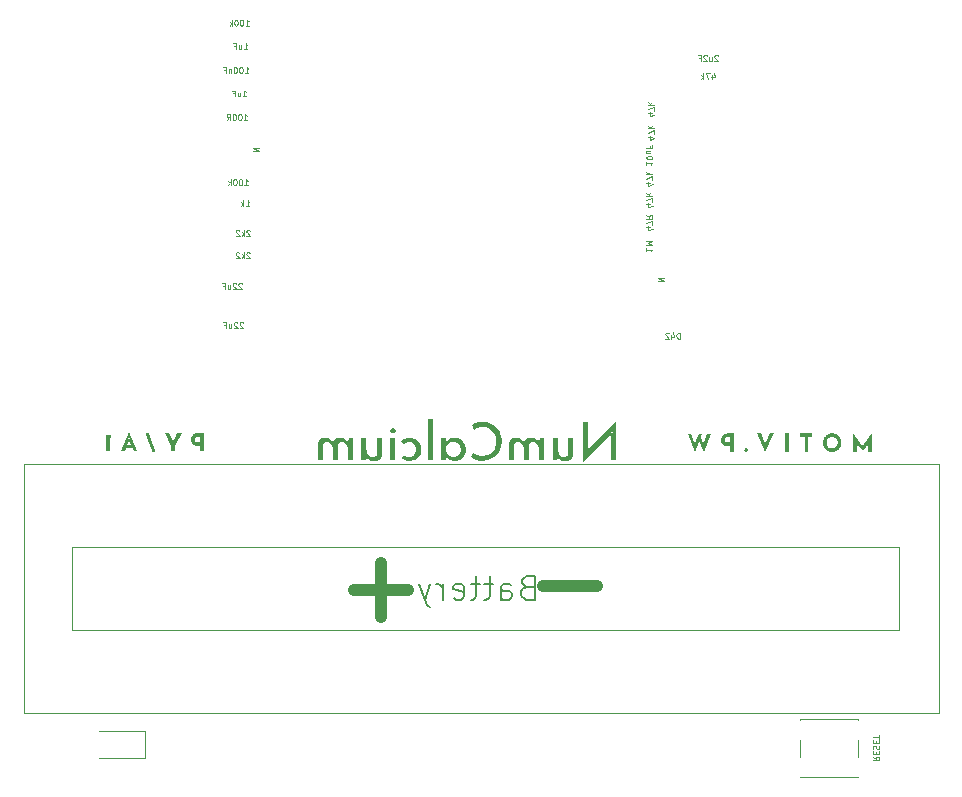
<source format=gbr>
%TF.GenerationSoftware,KiCad,Pcbnew,8.0.8-8.0.8-0~ubuntu22.04.1*%
%TF.CreationDate,2025-02-03T23:53:40+00:00*%
%TF.ProjectId,numcalcium,6e756d63-616c-4636-9975-6d2e6b696361,rev?*%
%TF.SameCoordinates,Original*%
%TF.FileFunction,Legend,Bot*%
%TF.FilePolarity,Positive*%
%FSLAX46Y46*%
G04 Gerber Fmt 4.6, Leading zero omitted, Abs format (unit mm)*
G04 Created by KiCad (PCBNEW 8.0.8-8.0.8-0~ubuntu22.04.1) date 2025-02-03 23:53:40*
%MOMM*%
%LPD*%
G01*
G04 APERTURE LIST*
%ADD10C,0.125000*%
%ADD11C,0.250000*%
%ADD12C,0.375000*%
%ADD13C,0.150000*%
%ADD14C,1.000000*%
%ADD15C,0.120000*%
%ADD16C,0.100000*%
G04 APERTURE END LIST*
D10*
X18427713Y41511190D02*
X18713427Y41511190D01*
X18570570Y41511190D02*
X18570570Y42011190D01*
X18570570Y42011190D02*
X18618189Y41939761D01*
X18618189Y41939761D02*
X18665808Y41892142D01*
X18665808Y41892142D02*
X18713427Y41868333D01*
X18118190Y42011190D02*
X18070571Y42011190D01*
X18070571Y42011190D02*
X18022952Y41987380D01*
X18022952Y41987380D02*
X17999142Y41963571D01*
X17999142Y41963571D02*
X17975333Y41915952D01*
X17975333Y41915952D02*
X17951523Y41820714D01*
X17951523Y41820714D02*
X17951523Y41701666D01*
X17951523Y41701666D02*
X17975333Y41606428D01*
X17975333Y41606428D02*
X17999142Y41558809D01*
X17999142Y41558809D02*
X18022952Y41535000D01*
X18022952Y41535000D02*
X18070571Y41511190D01*
X18070571Y41511190D02*
X18118190Y41511190D01*
X18118190Y41511190D02*
X18165809Y41535000D01*
X18165809Y41535000D02*
X18189618Y41558809D01*
X18189618Y41558809D02*
X18213428Y41606428D01*
X18213428Y41606428D02*
X18237237Y41701666D01*
X18237237Y41701666D02*
X18237237Y41820714D01*
X18237237Y41820714D02*
X18213428Y41915952D01*
X18213428Y41915952D02*
X18189618Y41963571D01*
X18189618Y41963571D02*
X18165809Y41987380D01*
X18165809Y41987380D02*
X18118190Y42011190D01*
X17642000Y42011190D02*
X17594381Y42011190D01*
X17594381Y42011190D02*
X17546762Y41987380D01*
X17546762Y41987380D02*
X17522952Y41963571D01*
X17522952Y41963571D02*
X17499143Y41915952D01*
X17499143Y41915952D02*
X17475333Y41820714D01*
X17475333Y41820714D02*
X17475333Y41701666D01*
X17475333Y41701666D02*
X17499143Y41606428D01*
X17499143Y41606428D02*
X17522952Y41558809D01*
X17522952Y41558809D02*
X17546762Y41535000D01*
X17546762Y41535000D02*
X17594381Y41511190D01*
X17594381Y41511190D02*
X17642000Y41511190D01*
X17642000Y41511190D02*
X17689619Y41535000D01*
X17689619Y41535000D02*
X17713428Y41558809D01*
X17713428Y41558809D02*
X17737238Y41606428D01*
X17737238Y41606428D02*
X17761047Y41701666D01*
X17761047Y41701666D02*
X17761047Y41820714D01*
X17761047Y41820714D02*
X17737238Y41915952D01*
X17737238Y41915952D02*
X17713428Y41963571D01*
X17713428Y41963571D02*
X17689619Y41987380D01*
X17689619Y41987380D02*
X17642000Y42011190D01*
X17261048Y41511190D02*
X17261048Y42011190D01*
X17213429Y41701666D02*
X17070572Y41511190D01*
X17070572Y41844523D02*
X17261048Y41654047D01*
X18289618Y39511190D02*
X18575332Y39511190D01*
X18432475Y39511190D02*
X18432475Y40011190D01*
X18432475Y40011190D02*
X18480094Y39939761D01*
X18480094Y39939761D02*
X18527713Y39892142D01*
X18527713Y39892142D02*
X18575332Y39868333D01*
X17861047Y39844523D02*
X17861047Y39511190D01*
X18075333Y39844523D02*
X18075333Y39582619D01*
X18075333Y39582619D02*
X18051523Y39535000D01*
X18051523Y39535000D02*
X18003904Y39511190D01*
X18003904Y39511190D02*
X17932476Y39511190D01*
X17932476Y39511190D02*
X17884857Y39535000D01*
X17884857Y39535000D02*
X17861047Y39558809D01*
X17456285Y39773095D02*
X17622952Y39773095D01*
X17622952Y39511190D02*
X17622952Y40011190D01*
X17622952Y40011190D02*
X17384857Y40011190D01*
X18365808Y37511190D02*
X18651522Y37511190D01*
X18508665Y37511190D02*
X18508665Y38011190D01*
X18508665Y38011190D02*
X18556284Y37939761D01*
X18556284Y37939761D02*
X18603903Y37892142D01*
X18603903Y37892142D02*
X18651522Y37868333D01*
X18056285Y38011190D02*
X18008666Y38011190D01*
X18008666Y38011190D02*
X17961047Y37987380D01*
X17961047Y37987380D02*
X17937237Y37963571D01*
X17937237Y37963571D02*
X17913428Y37915952D01*
X17913428Y37915952D02*
X17889618Y37820714D01*
X17889618Y37820714D02*
X17889618Y37701666D01*
X17889618Y37701666D02*
X17913428Y37606428D01*
X17913428Y37606428D02*
X17937237Y37558809D01*
X17937237Y37558809D02*
X17961047Y37535000D01*
X17961047Y37535000D02*
X18008666Y37511190D01*
X18008666Y37511190D02*
X18056285Y37511190D01*
X18056285Y37511190D02*
X18103904Y37535000D01*
X18103904Y37535000D02*
X18127713Y37558809D01*
X18127713Y37558809D02*
X18151523Y37606428D01*
X18151523Y37606428D02*
X18175332Y37701666D01*
X18175332Y37701666D02*
X18175332Y37820714D01*
X18175332Y37820714D02*
X18151523Y37915952D01*
X18151523Y37915952D02*
X18127713Y37963571D01*
X18127713Y37963571D02*
X18103904Y37987380D01*
X18103904Y37987380D02*
X18056285Y38011190D01*
X17580095Y38011190D02*
X17532476Y38011190D01*
X17532476Y38011190D02*
X17484857Y37987380D01*
X17484857Y37987380D02*
X17461047Y37963571D01*
X17461047Y37963571D02*
X17437238Y37915952D01*
X17437238Y37915952D02*
X17413428Y37820714D01*
X17413428Y37820714D02*
X17413428Y37701666D01*
X17413428Y37701666D02*
X17437238Y37606428D01*
X17437238Y37606428D02*
X17461047Y37558809D01*
X17461047Y37558809D02*
X17484857Y37535000D01*
X17484857Y37535000D02*
X17532476Y37511190D01*
X17532476Y37511190D02*
X17580095Y37511190D01*
X17580095Y37511190D02*
X17627714Y37535000D01*
X17627714Y37535000D02*
X17651523Y37558809D01*
X17651523Y37558809D02*
X17675333Y37606428D01*
X17675333Y37606428D02*
X17699142Y37701666D01*
X17699142Y37701666D02*
X17699142Y37820714D01*
X17699142Y37820714D02*
X17675333Y37915952D01*
X17675333Y37915952D02*
X17651523Y37963571D01*
X17651523Y37963571D02*
X17627714Y37987380D01*
X17627714Y37987380D02*
X17580095Y38011190D01*
X17199143Y37844523D02*
X17199143Y37511190D01*
X17199143Y37796904D02*
X17175333Y37820714D01*
X17175333Y37820714D02*
X17127714Y37844523D01*
X17127714Y37844523D02*
X17056286Y37844523D01*
X17056286Y37844523D02*
X17008667Y37820714D01*
X17008667Y37820714D02*
X16984857Y37773095D01*
X16984857Y37773095D02*
X16984857Y37511190D01*
X16580095Y37773095D02*
X16746762Y37773095D01*
X16746762Y37511190D02*
X16746762Y38011190D01*
X16746762Y38011190D02*
X16508667Y38011190D01*
X18189618Y35511190D02*
X18475332Y35511190D01*
X18332475Y35511190D02*
X18332475Y36011190D01*
X18332475Y36011190D02*
X18380094Y35939761D01*
X18380094Y35939761D02*
X18427713Y35892142D01*
X18427713Y35892142D02*
X18475332Y35868333D01*
X17761047Y35844523D02*
X17761047Y35511190D01*
X17975333Y35844523D02*
X17975333Y35582619D01*
X17975333Y35582619D02*
X17951523Y35535000D01*
X17951523Y35535000D02*
X17903904Y35511190D01*
X17903904Y35511190D02*
X17832476Y35511190D01*
X17832476Y35511190D02*
X17784857Y35535000D01*
X17784857Y35535000D02*
X17761047Y35558809D01*
X17356285Y35773095D02*
X17522952Y35773095D01*
X17522952Y35511190D02*
X17522952Y36011190D01*
X17522952Y36011190D02*
X17284857Y36011190D01*
X18275332Y33511190D02*
X18561046Y33511190D01*
X18418189Y33511190D02*
X18418189Y34011190D01*
X18418189Y34011190D02*
X18465808Y33939761D01*
X18465808Y33939761D02*
X18513427Y33892142D01*
X18513427Y33892142D02*
X18561046Y33868333D01*
X17965809Y34011190D02*
X17918190Y34011190D01*
X17918190Y34011190D02*
X17870571Y33987380D01*
X17870571Y33987380D02*
X17846761Y33963571D01*
X17846761Y33963571D02*
X17822952Y33915952D01*
X17822952Y33915952D02*
X17799142Y33820714D01*
X17799142Y33820714D02*
X17799142Y33701666D01*
X17799142Y33701666D02*
X17822952Y33606428D01*
X17822952Y33606428D02*
X17846761Y33558809D01*
X17846761Y33558809D02*
X17870571Y33535000D01*
X17870571Y33535000D02*
X17918190Y33511190D01*
X17918190Y33511190D02*
X17965809Y33511190D01*
X17965809Y33511190D02*
X18013428Y33535000D01*
X18013428Y33535000D02*
X18037237Y33558809D01*
X18037237Y33558809D02*
X18061047Y33606428D01*
X18061047Y33606428D02*
X18084856Y33701666D01*
X18084856Y33701666D02*
X18084856Y33820714D01*
X18084856Y33820714D02*
X18061047Y33915952D01*
X18061047Y33915952D02*
X18037237Y33963571D01*
X18037237Y33963571D02*
X18013428Y33987380D01*
X18013428Y33987380D02*
X17965809Y34011190D01*
X17489619Y34011190D02*
X17442000Y34011190D01*
X17442000Y34011190D02*
X17394381Y33987380D01*
X17394381Y33987380D02*
X17370571Y33963571D01*
X17370571Y33963571D02*
X17346762Y33915952D01*
X17346762Y33915952D02*
X17322952Y33820714D01*
X17322952Y33820714D02*
X17322952Y33701666D01*
X17322952Y33701666D02*
X17346762Y33606428D01*
X17346762Y33606428D02*
X17370571Y33558809D01*
X17370571Y33558809D02*
X17394381Y33535000D01*
X17394381Y33535000D02*
X17442000Y33511190D01*
X17442000Y33511190D02*
X17489619Y33511190D01*
X17489619Y33511190D02*
X17537238Y33535000D01*
X17537238Y33535000D02*
X17561047Y33558809D01*
X17561047Y33558809D02*
X17584857Y33606428D01*
X17584857Y33606428D02*
X17608666Y33701666D01*
X17608666Y33701666D02*
X17608666Y33820714D01*
X17608666Y33820714D02*
X17584857Y33915952D01*
X17584857Y33915952D02*
X17561047Y33963571D01*
X17561047Y33963571D02*
X17537238Y33987380D01*
X17537238Y33987380D02*
X17489619Y34011190D01*
X16822953Y33511190D02*
X16989619Y33749285D01*
X17108667Y33511190D02*
X17108667Y34011190D01*
X17108667Y34011190D02*
X16918191Y34011190D01*
X16918191Y34011190D02*
X16870572Y33987380D01*
X16870572Y33987380D02*
X16846762Y33963571D01*
X16846762Y33963571D02*
X16822953Y33915952D01*
X16822953Y33915952D02*
X16822953Y33844523D01*
X16822953Y33844523D02*
X16846762Y33796904D01*
X16846762Y33796904D02*
X16870572Y33773095D01*
X16870572Y33773095D02*
X16918191Y33749285D01*
X16918191Y33749285D02*
X17108667Y33749285D01*
X19067190Y30893142D02*
X19567190Y30893142D01*
X19567190Y30893142D02*
X19067190Y31178856D01*
X19067190Y31178856D02*
X19567190Y31178856D01*
X18327713Y28011190D02*
X18613427Y28011190D01*
X18470570Y28011190D02*
X18470570Y28511190D01*
X18470570Y28511190D02*
X18518189Y28439761D01*
X18518189Y28439761D02*
X18565808Y28392142D01*
X18565808Y28392142D02*
X18613427Y28368333D01*
X18018190Y28511190D02*
X17970571Y28511190D01*
X17970571Y28511190D02*
X17922952Y28487380D01*
X17922952Y28487380D02*
X17899142Y28463571D01*
X17899142Y28463571D02*
X17875333Y28415952D01*
X17875333Y28415952D02*
X17851523Y28320714D01*
X17851523Y28320714D02*
X17851523Y28201666D01*
X17851523Y28201666D02*
X17875333Y28106428D01*
X17875333Y28106428D02*
X17899142Y28058809D01*
X17899142Y28058809D02*
X17922952Y28035000D01*
X17922952Y28035000D02*
X17970571Y28011190D01*
X17970571Y28011190D02*
X18018190Y28011190D01*
X18018190Y28011190D02*
X18065809Y28035000D01*
X18065809Y28035000D02*
X18089618Y28058809D01*
X18089618Y28058809D02*
X18113428Y28106428D01*
X18113428Y28106428D02*
X18137237Y28201666D01*
X18137237Y28201666D02*
X18137237Y28320714D01*
X18137237Y28320714D02*
X18113428Y28415952D01*
X18113428Y28415952D02*
X18089618Y28463571D01*
X18089618Y28463571D02*
X18065809Y28487380D01*
X18065809Y28487380D02*
X18018190Y28511190D01*
X17542000Y28511190D02*
X17494381Y28511190D01*
X17494381Y28511190D02*
X17446762Y28487380D01*
X17446762Y28487380D02*
X17422952Y28463571D01*
X17422952Y28463571D02*
X17399143Y28415952D01*
X17399143Y28415952D02*
X17375333Y28320714D01*
X17375333Y28320714D02*
X17375333Y28201666D01*
X17375333Y28201666D02*
X17399143Y28106428D01*
X17399143Y28106428D02*
X17422952Y28058809D01*
X17422952Y28058809D02*
X17446762Y28035000D01*
X17446762Y28035000D02*
X17494381Y28011190D01*
X17494381Y28011190D02*
X17542000Y28011190D01*
X17542000Y28011190D02*
X17589619Y28035000D01*
X17589619Y28035000D02*
X17613428Y28058809D01*
X17613428Y28058809D02*
X17637238Y28106428D01*
X17637238Y28106428D02*
X17661047Y28201666D01*
X17661047Y28201666D02*
X17661047Y28320714D01*
X17661047Y28320714D02*
X17637238Y28415952D01*
X17637238Y28415952D02*
X17613428Y28463571D01*
X17613428Y28463571D02*
X17589619Y28487380D01*
X17589619Y28487380D02*
X17542000Y28511190D01*
X17161048Y28011190D02*
X17161048Y28511190D01*
X17113429Y28201666D02*
X16970572Y28011190D01*
X16970572Y28344523D02*
X17161048Y28154047D01*
X18451523Y26211190D02*
X18737237Y26211190D01*
X18594380Y26211190D02*
X18594380Y26711190D01*
X18594380Y26711190D02*
X18641999Y26639761D01*
X18641999Y26639761D02*
X18689618Y26592142D01*
X18689618Y26592142D02*
X18737237Y26568333D01*
X18237238Y26211190D02*
X18237238Y26711190D01*
X18189619Y26401666D02*
X18046762Y26211190D01*
X18046762Y26544523D02*
X18237238Y26354047D01*
X18775332Y24163571D02*
X18751523Y24187380D01*
X18751523Y24187380D02*
X18703904Y24211190D01*
X18703904Y24211190D02*
X18584856Y24211190D01*
X18584856Y24211190D02*
X18537237Y24187380D01*
X18537237Y24187380D02*
X18513428Y24163571D01*
X18513428Y24163571D02*
X18489618Y24115952D01*
X18489618Y24115952D02*
X18489618Y24068333D01*
X18489618Y24068333D02*
X18513428Y23996904D01*
X18513428Y23996904D02*
X18799142Y23711190D01*
X18799142Y23711190D02*
X18489618Y23711190D01*
X18275333Y23711190D02*
X18275333Y24211190D01*
X18227714Y23901666D02*
X18084857Y23711190D01*
X18084857Y24044523D02*
X18275333Y23854047D01*
X17894380Y24163571D02*
X17870571Y24187380D01*
X17870571Y24187380D02*
X17822952Y24211190D01*
X17822952Y24211190D02*
X17703904Y24211190D01*
X17703904Y24211190D02*
X17656285Y24187380D01*
X17656285Y24187380D02*
X17632476Y24163571D01*
X17632476Y24163571D02*
X17608666Y24115952D01*
X17608666Y24115952D02*
X17608666Y24068333D01*
X17608666Y24068333D02*
X17632476Y23996904D01*
X17632476Y23996904D02*
X17918190Y23711190D01*
X17918190Y23711190D02*
X17608666Y23711190D01*
X18775332Y22263571D02*
X18751523Y22287380D01*
X18751523Y22287380D02*
X18703904Y22311190D01*
X18703904Y22311190D02*
X18584856Y22311190D01*
X18584856Y22311190D02*
X18537237Y22287380D01*
X18537237Y22287380D02*
X18513428Y22263571D01*
X18513428Y22263571D02*
X18489618Y22215952D01*
X18489618Y22215952D02*
X18489618Y22168333D01*
X18489618Y22168333D02*
X18513428Y22096904D01*
X18513428Y22096904D02*
X18799142Y21811190D01*
X18799142Y21811190D02*
X18489618Y21811190D01*
X18275333Y21811190D02*
X18275333Y22311190D01*
X18227714Y22001666D02*
X18084857Y21811190D01*
X18084857Y22144523D02*
X18275333Y21954047D01*
X17894380Y22263571D02*
X17870571Y22287380D01*
X17870571Y22287380D02*
X17822952Y22311190D01*
X17822952Y22311190D02*
X17703904Y22311190D01*
X17703904Y22311190D02*
X17656285Y22287380D01*
X17656285Y22287380D02*
X17632476Y22263571D01*
X17632476Y22263571D02*
X17608666Y22215952D01*
X17608666Y22215952D02*
X17608666Y22168333D01*
X17608666Y22168333D02*
X17632476Y22096904D01*
X17632476Y22096904D02*
X17918190Y21811190D01*
X17918190Y21811190D02*
X17608666Y21811190D01*
X18113427Y19663571D02*
X18089618Y19687380D01*
X18089618Y19687380D02*
X18041999Y19711190D01*
X18041999Y19711190D02*
X17922951Y19711190D01*
X17922951Y19711190D02*
X17875332Y19687380D01*
X17875332Y19687380D02*
X17851523Y19663571D01*
X17851523Y19663571D02*
X17827713Y19615952D01*
X17827713Y19615952D02*
X17827713Y19568333D01*
X17827713Y19568333D02*
X17851523Y19496904D01*
X17851523Y19496904D02*
X18137237Y19211190D01*
X18137237Y19211190D02*
X17827713Y19211190D01*
X17637237Y19663571D02*
X17613428Y19687380D01*
X17613428Y19687380D02*
X17565809Y19711190D01*
X17565809Y19711190D02*
X17446761Y19711190D01*
X17446761Y19711190D02*
X17399142Y19687380D01*
X17399142Y19687380D02*
X17375333Y19663571D01*
X17375333Y19663571D02*
X17351523Y19615952D01*
X17351523Y19615952D02*
X17351523Y19568333D01*
X17351523Y19568333D02*
X17375333Y19496904D01*
X17375333Y19496904D02*
X17661047Y19211190D01*
X17661047Y19211190D02*
X17351523Y19211190D01*
X16922952Y19544523D02*
X16922952Y19211190D01*
X17137238Y19544523D02*
X17137238Y19282619D01*
X17137238Y19282619D02*
X17113428Y19235000D01*
X17113428Y19235000D02*
X17065809Y19211190D01*
X17065809Y19211190D02*
X16994381Y19211190D01*
X16994381Y19211190D02*
X16946762Y19235000D01*
X16946762Y19235000D02*
X16922952Y19258809D01*
X16518190Y19473095D02*
X16684857Y19473095D01*
X16684857Y19211190D02*
X16684857Y19711190D01*
X16684857Y19711190D02*
X16446762Y19711190D01*
X18213427Y16363571D02*
X18189618Y16387380D01*
X18189618Y16387380D02*
X18141999Y16411190D01*
X18141999Y16411190D02*
X18022951Y16411190D01*
X18022951Y16411190D02*
X17975332Y16387380D01*
X17975332Y16387380D02*
X17951523Y16363571D01*
X17951523Y16363571D02*
X17927713Y16315952D01*
X17927713Y16315952D02*
X17927713Y16268333D01*
X17927713Y16268333D02*
X17951523Y16196904D01*
X17951523Y16196904D02*
X18237237Y15911190D01*
X18237237Y15911190D02*
X17927713Y15911190D01*
X17737237Y16363571D02*
X17713428Y16387380D01*
X17713428Y16387380D02*
X17665809Y16411190D01*
X17665809Y16411190D02*
X17546761Y16411190D01*
X17546761Y16411190D02*
X17499142Y16387380D01*
X17499142Y16387380D02*
X17475333Y16363571D01*
X17475333Y16363571D02*
X17451523Y16315952D01*
X17451523Y16315952D02*
X17451523Y16268333D01*
X17451523Y16268333D02*
X17475333Y16196904D01*
X17475333Y16196904D02*
X17761047Y15911190D01*
X17761047Y15911190D02*
X17451523Y15911190D01*
X17022952Y16244523D02*
X17022952Y15911190D01*
X17237238Y16244523D02*
X17237238Y15982619D01*
X17237238Y15982619D02*
X17213428Y15935000D01*
X17213428Y15935000D02*
X17165809Y15911190D01*
X17165809Y15911190D02*
X17094381Y15911190D01*
X17094381Y15911190D02*
X17046762Y15935000D01*
X17046762Y15935000D02*
X17022952Y15958809D01*
X16618190Y16173095D02*
X16784857Y16173095D01*
X16784857Y15911190D02*
X16784857Y16411190D01*
X16784857Y16411190D02*
X16546762Y16411190D01*
X52367190Y30000286D02*
X52367190Y29714572D01*
X52367190Y29857429D02*
X52867190Y29857429D01*
X52867190Y29857429D02*
X52795761Y29809810D01*
X52795761Y29809810D02*
X52748142Y29762191D01*
X52748142Y29762191D02*
X52724333Y29714572D01*
X52867190Y30309809D02*
X52867190Y30357428D01*
X52867190Y30357428D02*
X52843380Y30405047D01*
X52843380Y30405047D02*
X52819571Y30428857D01*
X52819571Y30428857D02*
X52771952Y30452666D01*
X52771952Y30452666D02*
X52676714Y30476476D01*
X52676714Y30476476D02*
X52557666Y30476476D01*
X52557666Y30476476D02*
X52462428Y30452666D01*
X52462428Y30452666D02*
X52414809Y30428857D01*
X52414809Y30428857D02*
X52391000Y30405047D01*
X52391000Y30405047D02*
X52367190Y30357428D01*
X52367190Y30357428D02*
X52367190Y30309809D01*
X52367190Y30309809D02*
X52391000Y30262190D01*
X52391000Y30262190D02*
X52414809Y30238381D01*
X52414809Y30238381D02*
X52462428Y30214571D01*
X52462428Y30214571D02*
X52557666Y30190762D01*
X52557666Y30190762D02*
X52676714Y30190762D01*
X52676714Y30190762D02*
X52771952Y30214571D01*
X52771952Y30214571D02*
X52819571Y30238381D01*
X52819571Y30238381D02*
X52843380Y30262190D01*
X52843380Y30262190D02*
X52867190Y30309809D01*
X52700523Y30905047D02*
X52367190Y30905047D01*
X52700523Y30690761D02*
X52438619Y30690761D01*
X52438619Y30690761D02*
X52391000Y30714571D01*
X52391000Y30714571D02*
X52367190Y30762190D01*
X52367190Y30762190D02*
X52367190Y30833618D01*
X52367190Y30833618D02*
X52391000Y30881237D01*
X52391000Y30881237D02*
X52414809Y30905047D01*
X52629095Y31309809D02*
X52629095Y31143142D01*
X52367190Y31143142D02*
X52867190Y31143142D01*
X52867190Y31143142D02*
X52867190Y31381237D01*
X52700523Y26390762D02*
X52367190Y26390762D01*
X52891000Y26271714D02*
X52533857Y26152667D01*
X52533857Y26152667D02*
X52533857Y26462190D01*
X52867190Y26605047D02*
X52867190Y26938380D01*
X52867190Y26938380D02*
X52367190Y26724095D01*
X52367190Y27128856D02*
X52867190Y27128856D01*
X52557666Y27176475D02*
X52367190Y27319332D01*
X52700523Y27319332D02*
X52510047Y27128856D01*
X52700523Y28190762D02*
X52367190Y28190762D01*
X52891000Y28071714D02*
X52533857Y27952667D01*
X52533857Y27952667D02*
X52533857Y28262190D01*
X52867190Y28405047D02*
X52867190Y28738380D01*
X52867190Y28738380D02*
X52367190Y28524095D01*
X52367190Y28928856D02*
X52867190Y28928856D01*
X52557666Y28976475D02*
X52367190Y29119332D01*
X52700523Y29119332D02*
X52510047Y28928856D01*
X52800523Y32090762D02*
X52467190Y32090762D01*
X52991000Y31971714D02*
X52633857Y31852667D01*
X52633857Y31852667D02*
X52633857Y32162190D01*
X52967190Y32305047D02*
X52967190Y32638380D01*
X52967190Y32638380D02*
X52467190Y32424095D01*
X52467190Y32828856D02*
X52967190Y32828856D01*
X52657666Y32876475D02*
X52467190Y33019332D01*
X52800523Y33019332D02*
X52610047Y32828856D01*
X52800523Y34090762D02*
X52467190Y34090762D01*
X52991000Y33971714D02*
X52633857Y33852667D01*
X52633857Y33852667D02*
X52633857Y34162190D01*
X52967190Y34305047D02*
X52967190Y34638380D01*
X52967190Y34638380D02*
X52467190Y34424095D01*
X52467190Y34828856D02*
X52967190Y34828856D01*
X52657666Y34876475D02*
X52467190Y35019332D01*
X52800523Y35019332D02*
X52610047Y34828856D01*
X58413427Y38963571D02*
X58389618Y38987380D01*
X58389618Y38987380D02*
X58341999Y39011190D01*
X58341999Y39011190D02*
X58222951Y39011190D01*
X58222951Y39011190D02*
X58175332Y38987380D01*
X58175332Y38987380D02*
X58151523Y38963571D01*
X58151523Y38963571D02*
X58127713Y38915952D01*
X58127713Y38915952D02*
X58127713Y38868333D01*
X58127713Y38868333D02*
X58151523Y38796904D01*
X58151523Y38796904D02*
X58437237Y38511190D01*
X58437237Y38511190D02*
X58127713Y38511190D01*
X57699142Y38844523D02*
X57699142Y38511190D01*
X57913428Y38844523D02*
X57913428Y38582619D01*
X57913428Y38582619D02*
X57889618Y38535000D01*
X57889618Y38535000D02*
X57841999Y38511190D01*
X57841999Y38511190D02*
X57770571Y38511190D01*
X57770571Y38511190D02*
X57722952Y38535000D01*
X57722952Y38535000D02*
X57699142Y38558809D01*
X57484856Y38963571D02*
X57461047Y38987380D01*
X57461047Y38987380D02*
X57413428Y39011190D01*
X57413428Y39011190D02*
X57294380Y39011190D01*
X57294380Y39011190D02*
X57246761Y38987380D01*
X57246761Y38987380D02*
X57222952Y38963571D01*
X57222952Y38963571D02*
X57199142Y38915952D01*
X57199142Y38915952D02*
X57199142Y38868333D01*
X57199142Y38868333D02*
X57222952Y38796904D01*
X57222952Y38796904D02*
X57508666Y38511190D01*
X57508666Y38511190D02*
X57199142Y38511190D01*
X56818190Y38773095D02*
X56984857Y38773095D01*
X56984857Y38511190D02*
X56984857Y39011190D01*
X56984857Y39011190D02*
X56746762Y39011190D01*
X57937237Y37344523D02*
X57937237Y37011190D01*
X58056285Y37535000D02*
X58175332Y37177857D01*
X58175332Y37177857D02*
X57865809Y37177857D01*
X57722952Y37511190D02*
X57389619Y37511190D01*
X57389619Y37511190D02*
X57603904Y37011190D01*
X57199143Y37011190D02*
X57199143Y37511190D01*
X57151524Y37201666D02*
X57008667Y37011190D01*
X57008667Y37344523D02*
X57199143Y37154047D01*
X52700523Y24443143D02*
X52367190Y24443143D01*
X52891000Y24324095D02*
X52533857Y24205048D01*
X52533857Y24205048D02*
X52533857Y24514571D01*
X52867190Y24657428D02*
X52867190Y24990761D01*
X52867190Y24990761D02*
X52367190Y24776476D01*
X52367190Y25466951D02*
X52605285Y25300285D01*
X52367190Y25181237D02*
X52867190Y25181237D01*
X52867190Y25181237D02*
X52867190Y25371713D01*
X52867190Y25371713D02*
X52843380Y25419332D01*
X52843380Y25419332D02*
X52819571Y25443142D01*
X52819571Y25443142D02*
X52771952Y25466951D01*
X52771952Y25466951D02*
X52700523Y25466951D01*
X52700523Y25466951D02*
X52652904Y25443142D01*
X52652904Y25443142D02*
X52629095Y25419332D01*
X52629095Y25419332D02*
X52605285Y25371713D01*
X52605285Y25371713D02*
X52605285Y25181237D01*
X52367190Y22693143D02*
X52367190Y22407429D01*
X52367190Y22550286D02*
X52867190Y22550286D01*
X52867190Y22550286D02*
X52795761Y22502667D01*
X52795761Y22502667D02*
X52748142Y22455048D01*
X52748142Y22455048D02*
X52724333Y22407429D01*
X52367190Y22907428D02*
X52867190Y22907428D01*
X52867190Y22907428D02*
X52510047Y23074095D01*
X52510047Y23074095D02*
X52867190Y23240761D01*
X52867190Y23240761D02*
X52367190Y23240761D01*
X55199142Y15011190D02*
X55199142Y15511190D01*
X55199142Y15511190D02*
X55080094Y15511190D01*
X55080094Y15511190D02*
X55008666Y15487380D01*
X55008666Y15487380D02*
X54961047Y15439761D01*
X54961047Y15439761D02*
X54937237Y15392142D01*
X54937237Y15392142D02*
X54913428Y15296904D01*
X54913428Y15296904D02*
X54913428Y15225476D01*
X54913428Y15225476D02*
X54937237Y15130238D01*
X54937237Y15130238D02*
X54961047Y15082619D01*
X54961047Y15082619D02*
X55008666Y15035000D01*
X55008666Y15035000D02*
X55080094Y15011190D01*
X55080094Y15011190D02*
X55199142Y15011190D01*
X54484856Y15344523D02*
X54484856Y15011190D01*
X54603904Y15535000D02*
X54722951Y15177857D01*
X54722951Y15177857D02*
X54413428Y15177857D01*
X54246761Y15463571D02*
X54222952Y15487380D01*
X54222952Y15487380D02*
X54175333Y15511190D01*
X54175333Y15511190D02*
X54056285Y15511190D01*
X54056285Y15511190D02*
X54008666Y15487380D01*
X54008666Y15487380D02*
X53984857Y15463571D01*
X53984857Y15463571D02*
X53961047Y15415952D01*
X53961047Y15415952D02*
X53961047Y15368333D01*
X53961047Y15368333D02*
X53984857Y15296904D01*
X53984857Y15296904D02*
X54270571Y15011190D01*
X54270571Y15011190D02*
X53961047Y15011190D01*
X53367190Y19893142D02*
X53867190Y19893142D01*
X53867190Y19893142D02*
X53367190Y20178856D01*
X53367190Y20178856D02*
X53867190Y20178856D01*
X71567190Y-20390190D02*
X71805285Y-20556856D01*
X71567190Y-20675904D02*
X72067190Y-20675904D01*
X72067190Y-20675904D02*
X72067190Y-20485428D01*
X72067190Y-20485428D02*
X72043380Y-20437809D01*
X72043380Y-20437809D02*
X72019571Y-20413999D01*
X72019571Y-20413999D02*
X71971952Y-20390190D01*
X71971952Y-20390190D02*
X71900523Y-20390190D01*
X71900523Y-20390190D02*
X71852904Y-20413999D01*
X71852904Y-20413999D02*
X71829095Y-20437809D01*
X71829095Y-20437809D02*
X71805285Y-20485428D01*
X71805285Y-20485428D02*
X71805285Y-20675904D01*
X71829095Y-20175904D02*
X71829095Y-20009237D01*
X71567190Y-19937809D02*
X71567190Y-20175904D01*
X71567190Y-20175904D02*
X72067190Y-20175904D01*
X72067190Y-20175904D02*
X72067190Y-19937809D01*
X71591000Y-19747332D02*
X71567190Y-19675904D01*
X71567190Y-19675904D02*
X71567190Y-19556856D01*
X71567190Y-19556856D02*
X71591000Y-19509237D01*
X71591000Y-19509237D02*
X71614809Y-19485428D01*
X71614809Y-19485428D02*
X71662428Y-19461618D01*
X71662428Y-19461618D02*
X71710047Y-19461618D01*
X71710047Y-19461618D02*
X71757666Y-19485428D01*
X71757666Y-19485428D02*
X71781476Y-19509237D01*
X71781476Y-19509237D02*
X71805285Y-19556856D01*
X71805285Y-19556856D02*
X71829095Y-19652094D01*
X71829095Y-19652094D02*
X71852904Y-19699713D01*
X71852904Y-19699713D02*
X71876714Y-19723523D01*
X71876714Y-19723523D02*
X71924333Y-19747332D01*
X71924333Y-19747332D02*
X71971952Y-19747332D01*
X71971952Y-19747332D02*
X72019571Y-19723523D01*
X72019571Y-19723523D02*
X72043380Y-19699713D01*
X72043380Y-19699713D02*
X72067190Y-19652094D01*
X72067190Y-19652094D02*
X72067190Y-19533047D01*
X72067190Y-19533047D02*
X72043380Y-19461618D01*
X71829095Y-19247333D02*
X71829095Y-19080666D01*
X71567190Y-19009238D02*
X71567190Y-19247333D01*
X71567190Y-19247333D02*
X72067190Y-19247333D01*
X72067190Y-19247333D02*
X72067190Y-19009238D01*
X72067190Y-18866380D02*
X72067190Y-18580666D01*
X71567190Y-18723523D02*
X72067190Y-18723523D01*
D11*
G36*
X46994536Y4599487D02*
G01*
X49498709Y7141957D01*
X49372875Y7110694D01*
X49364278Y4705000D01*
X49801180Y4705000D01*
X49801180Y8042334D01*
X49780859Y8042334D01*
X47303259Y5493611D01*
X47404083Y5515495D01*
X47413461Y7943855D01*
X46981249Y7943855D01*
X46981249Y4599487D01*
X46994536Y4599487D01*
G37*
G36*
X45566595Y4633094D02*
G01*
X45731405Y4651381D01*
X45886341Y4713040D01*
X45985520Y4787847D01*
X46086380Y4916770D01*
X46143936Y5071413D01*
X46158249Y5188796D01*
X46158249Y6559682D01*
X45739323Y6559682D01*
X45739323Y5336514D01*
X45703663Y5177602D01*
X45651005Y5091099D01*
X45515939Y5007995D01*
X45400900Y4991838D01*
X45245079Y5017646D01*
X45121877Y5083283D01*
X45004178Y5200023D01*
X44924138Y5334169D01*
X44870844Y5492919D01*
X44850541Y5657820D01*
X44849889Y5695258D01*
X44849889Y6559682D01*
X44430963Y6559682D01*
X44430963Y4705000D01*
X44809247Y4705000D01*
X44845199Y5159877D01*
X44824878Y5079375D01*
X44904755Y4943335D01*
X44989791Y4848810D01*
X45116249Y4753428D01*
X45246148Y4690150D01*
X45400119Y4647358D01*
X45555824Y4633150D01*
X45566595Y4633094D01*
G37*
G36*
X43336755Y6559682D02*
G01*
X43300803Y6143101D01*
X43321124Y6179054D01*
X43239760Y6314403D01*
X43127194Y6437410D01*
X43026469Y6512787D01*
X42875161Y6586610D01*
X42722944Y6624349D01*
X42588786Y6633932D01*
X42425571Y6617858D01*
X42313671Y6583129D01*
X42178421Y6504117D01*
X42112806Y6440882D01*
X42032743Y6303358D01*
X42010419Y6217351D01*
X42035429Y6200938D01*
X41942153Y6341292D01*
X41826455Y6456367D01*
X41736867Y6519040D01*
X41591237Y6589052D01*
X41439233Y6626751D01*
X41334355Y6633932D01*
X41175688Y6618819D01*
X41026192Y6567286D01*
X40902924Y6479180D01*
X40804739Y6350256D01*
X40750517Y6195614D01*
X40738793Y6078230D01*
X40738793Y4705000D01*
X41155374Y4705000D01*
X41155374Y5925823D01*
X41184377Y6086290D01*
X41224934Y6164986D01*
X41359570Y6256500D01*
X41450810Y6270498D01*
X41614001Y6242926D01*
X41740775Y6172801D01*
X41853713Y6061231D01*
X41939295Y5920352D01*
X41991376Y5769215D01*
X42014263Y5607431D01*
X42015108Y5585055D01*
X42015108Y4705000D01*
X42434034Y4705000D01*
X42434034Y5925823D01*
X42465236Y6086290D01*
X42508284Y6164986D01*
X42638963Y6254152D01*
X42738849Y6270498D01*
X42901820Y6242926D01*
X43028032Y6172801D01*
X43139602Y6060645D01*
X43224208Y5918007D01*
X43274698Y5765359D01*
X43294275Y5603438D01*
X43294550Y5581147D01*
X43294550Y4705000D01*
X43713475Y4705000D01*
X43713475Y6559682D01*
X43336755Y6559682D01*
G37*
G36*
X37533545Y4947288D02*
G01*
X37670565Y4866856D01*
X37752387Y4826144D01*
X37903817Y4764204D01*
X38055233Y4718662D01*
X38078304Y4712815D01*
X38234869Y4683346D01*
X38403560Y4669871D01*
X38485506Y4669047D01*
X38646731Y4677083D01*
X38822195Y4700921D01*
X38988280Y4740390D01*
X39144986Y4795491D01*
X39163915Y4803478D01*
X39308800Y4874309D01*
X39442547Y4957058D01*
X39579700Y5064398D01*
X39676630Y5158314D01*
X39787604Y5290247D01*
X39883122Y5432813D01*
X39963184Y5586012D01*
X40000984Y5675718D01*
X40050565Y5824364D01*
X40085981Y5977993D01*
X40107230Y6136605D01*
X40114313Y6300198D01*
X40106986Y6478007D01*
X40085004Y6648782D01*
X40048367Y6812522D01*
X39997076Y6969228D01*
X39931961Y7117728D01*
X39854634Y7256067D01*
X39765094Y7384246D01*
X39663343Y7502264D01*
X39535505Y7621722D01*
X39395549Y7725105D01*
X39243476Y7812414D01*
X39153755Y7853974D01*
X39003350Y7909026D01*
X38846009Y7948349D01*
X38681731Y7971943D01*
X38510517Y7979808D01*
X38350860Y7973563D01*
X38183614Y7951978D01*
X38027055Y7914976D01*
X37982170Y7900868D01*
X37826763Y7843995D01*
X37675345Y7774789D01*
X37574187Y7717979D01*
X37748479Y7309996D01*
X37887045Y7393539D01*
X38038994Y7466244D01*
X38074397Y7481161D01*
X38223617Y7529741D01*
X38384048Y7555900D01*
X38497230Y7560882D01*
X38655752Y7549707D01*
X38808917Y7516183D01*
X38943510Y7466311D01*
X39083217Y7392965D01*
X39211103Y7301887D01*
X39317104Y7203702D01*
X39419668Y7080988D01*
X39505977Y6944975D01*
X39570335Y6809787D01*
X39622398Y6650601D01*
X39652850Y6482550D01*
X39661780Y6322083D01*
X39653689Y6161875D01*
X39626100Y5993580D01*
X39578933Y5833597D01*
X39513386Y5685234D01*
X39430662Y5550724D01*
X39340551Y5440464D01*
X39214632Y5325938D01*
X39083951Y5239108D01*
X38966176Y5180980D01*
X38809980Y5128027D01*
X38641223Y5097055D01*
X38476909Y5087972D01*
X38312778Y5096838D01*
X38149105Y5126734D01*
X38036881Y5163004D01*
X37892133Y5227449D01*
X37752045Y5310465D01*
X37719561Y5334169D01*
X37533545Y4947288D01*
G37*
G36*
X36275383Y6623664D02*
G01*
X36439723Y6583322D01*
X36594090Y6514351D01*
X36733217Y6419226D01*
X36851842Y6299350D01*
X36941891Y6168893D01*
X36972300Y6111277D01*
X37030582Y5955480D01*
X37061370Y5800906D01*
X37071633Y5632732D01*
X37070541Y5574672D01*
X37054158Y5410715D01*
X37012896Y5246523D01*
X36947362Y5101259D01*
X36861068Y4975764D01*
X36746222Y4861522D01*
X36610503Y4772215D01*
X36458084Y4708583D01*
X36294214Y4671364D01*
X36135304Y4660450D01*
X36000408Y4669426D01*
X35844557Y4707344D01*
X35751171Y4745922D01*
X35615555Y4825362D01*
X35574303Y4856709D01*
X35456895Y4966828D01*
X35423287Y5014008D01*
X35423287Y4705000D01*
X35004362Y4705000D01*
X35004362Y5845321D01*
X35423287Y5845321D01*
X35423287Y5480324D01*
X35457202Y5368152D01*
X35537397Y5227875D01*
X35611547Y5149379D01*
X35744515Y5062962D01*
X35867717Y5021448D01*
X36023538Y5005125D01*
X36185325Y5026618D01*
X36334606Y5091099D01*
X36463175Y5192704D01*
X36562826Y5324009D01*
X36573143Y5342510D01*
X36629299Y5489834D01*
X36648018Y5652271D01*
X36647695Y5675923D01*
X36624637Y5841439D01*
X36565171Y5986004D01*
X36468060Y6113988D01*
X36342422Y6210317D01*
X36196071Y6270694D01*
X36036825Y6290819D01*
X35919027Y6281403D01*
X35761710Y6233764D01*
X35665661Y6180313D01*
X35547558Y6076667D01*
X35484065Y5990601D01*
X35423287Y5845321D01*
X35004362Y5845321D01*
X35004362Y6559682D01*
X35389679Y6559682D01*
X35421361Y6265741D01*
X35441159Y6296791D01*
X35544650Y6415264D01*
X35676518Y6518258D01*
X35783748Y6574930D01*
X35947110Y6621642D01*
X36117327Y6635495D01*
X36275383Y6623664D01*
G37*
G36*
X34287655Y8174420D02*
G01*
X33868730Y8174420D01*
X33868730Y4705000D01*
X34287655Y4705000D01*
X34287655Y8174420D01*
G37*
G36*
X31642017Y4877728D02*
G01*
X31779184Y4787456D01*
X31929782Y4721991D01*
X31940579Y4718286D01*
X32093149Y4678750D01*
X32258276Y4660958D01*
X32291508Y4660450D01*
X32455897Y4669970D01*
X32625066Y4702882D01*
X32780038Y4759302D01*
X32823762Y4780812D01*
X32957118Y4865992D01*
X33081242Y4981553D01*
X33181724Y5120017D01*
X33249730Y5264273D01*
X33292549Y5423489D01*
X33309551Y5579574D01*
X33310684Y5634295D01*
X33299865Y5794735D01*
X33262465Y5958500D01*
X33198351Y6106999D01*
X33173908Y6148572D01*
X33079951Y6275655D01*
X32957027Y6393054D01*
X32813601Y6486995D01*
X32670353Y6550056D01*
X32505727Y6592446D01*
X32349656Y6606460D01*
X32333713Y6606577D01*
X32172769Y6597784D01*
X32013545Y6568414D01*
X31934327Y6544050D01*
X31789579Y6480663D01*
X31654746Y6393492D01*
X31630293Y6373667D01*
X31838974Y6100896D01*
X31971918Y6184317D01*
X32035150Y6213443D01*
X32192687Y6257102D01*
X32297760Y6264246D01*
X32454662Y6243534D01*
X32597104Y6181399D01*
X32725107Y6076609D01*
X32812038Y5956304D01*
X32871829Y5804678D01*
X32891681Y5645493D01*
X32891759Y5634295D01*
X32871438Y5469187D01*
X32810475Y5317756D01*
X32713168Y5188210D01*
X32585381Y5088754D01*
X32431605Y5026032D01*
X32269340Y5005207D01*
X32257900Y5005125D01*
X32096008Y5023698D01*
X32037495Y5041078D01*
X31892304Y5113473D01*
X31856951Y5139556D01*
X31642017Y4877728D01*
G37*
G36*
X31108200Y6559682D02*
G01*
X30689274Y6559682D01*
X30689274Y4705000D01*
X31108200Y4705000D01*
X31108200Y6559682D01*
G37*
G36*
X31137118Y7213080D02*
G01*
X31076082Y7362594D01*
X31057397Y7379556D01*
X30914522Y7444369D01*
X30886232Y7445990D01*
X30736462Y7395127D01*
X30717411Y7379556D01*
X30643552Y7237566D01*
X30642380Y7213080D01*
X30699826Y7061857D01*
X30717411Y7045041D01*
X30863078Y6981184D01*
X30886232Y6980170D01*
X31037284Y7030436D01*
X31057397Y7045823D01*
X31135172Y7182413D01*
X31137118Y7213080D01*
G37*
G36*
X29378570Y4633094D02*
G01*
X29543380Y4651381D01*
X29698316Y4713040D01*
X29797495Y4787847D01*
X29898355Y4916770D01*
X29955911Y5071413D01*
X29970224Y5188796D01*
X29970224Y6559682D01*
X29551298Y6559682D01*
X29551298Y5336514D01*
X29515638Y5177602D01*
X29462980Y5091099D01*
X29327914Y5007995D01*
X29212875Y4991838D01*
X29057054Y5017646D01*
X28933852Y5083283D01*
X28816152Y5200023D01*
X28736113Y5334169D01*
X28682819Y5492919D01*
X28662516Y5657820D01*
X28661863Y5695258D01*
X28661863Y6559682D01*
X28242938Y6559682D01*
X28242938Y4705000D01*
X28621221Y4705000D01*
X28657174Y5159877D01*
X28636853Y5079375D01*
X28716730Y4943335D01*
X28801766Y4848810D01*
X28928224Y4753428D01*
X29058123Y4690150D01*
X29212094Y4647358D01*
X29367799Y4633150D01*
X29378570Y4633094D01*
G37*
G36*
X27148730Y6559682D02*
G01*
X27112778Y6143101D01*
X27133099Y6179054D01*
X27051734Y6314403D01*
X26939169Y6437410D01*
X26838444Y6512787D01*
X26687136Y6586610D01*
X26534919Y6624349D01*
X26400761Y6633932D01*
X26237546Y6617858D01*
X26125646Y6583129D01*
X25990396Y6504117D01*
X25924780Y6440882D01*
X25844718Y6303358D01*
X25822394Y6217351D01*
X25847404Y6200938D01*
X25754128Y6341292D01*
X25638430Y6456367D01*
X25548842Y6519040D01*
X25403212Y6589052D01*
X25251207Y6626751D01*
X25146330Y6633932D01*
X24987663Y6618819D01*
X24838167Y6567286D01*
X24714899Y6479180D01*
X24616713Y6350256D01*
X24562491Y6195614D01*
X24550768Y6078230D01*
X24550768Y4705000D01*
X24967348Y4705000D01*
X24967348Y5925823D01*
X24996352Y6086290D01*
X25036909Y6164986D01*
X25171545Y6256500D01*
X25262785Y6270498D01*
X25425976Y6242926D01*
X25552750Y6172801D01*
X25665688Y6061231D01*
X25751270Y5920352D01*
X25803351Y5769215D01*
X25826238Y5607431D01*
X25827083Y5585055D01*
X25827083Y4705000D01*
X26246009Y4705000D01*
X26246009Y5925823D01*
X26277211Y6086290D01*
X26320258Y6164986D01*
X26450938Y6254152D01*
X26550824Y6270498D01*
X26713795Y6242926D01*
X26840007Y6172801D01*
X26951577Y6060645D01*
X27036183Y5918007D01*
X27086673Y5765359D01*
X27106250Y5603438D01*
X27106525Y5581147D01*
X27106525Y4705000D01*
X27525450Y4705000D01*
X27525450Y6559682D01*
X27148730Y6559682D01*
G37*
D12*
G36*
X71459561Y5441715D02*
G01*
X71459561Y7050420D01*
X71457729Y7050420D01*
X70598605Y5832259D01*
X70729031Y5861568D01*
X69872105Y7050420D01*
X69868075Y7050420D01*
X69868075Y5441715D01*
X70172523Y5441715D01*
X70172523Y6363487D01*
X70153472Y6205950D01*
X70676274Y5462597D01*
X70680671Y5462597D01*
X71218127Y6205950D01*
X71165737Y6351031D01*
X71165737Y5441715D01*
X71459561Y5441715D01*
G37*
G36*
X68175815Y7000320D02*
G01*
X68253782Y6988504D01*
X68329139Y6968812D01*
X68401885Y6941243D01*
X68471151Y6906782D01*
X68536066Y6866414D01*
X68596630Y6820137D01*
X68652844Y6767953D01*
X68703929Y6710777D01*
X68749107Y6649526D01*
X68788376Y6584199D01*
X68821738Y6514795D01*
X68848345Y6442324D01*
X68867351Y6367792D01*
X68878754Y6291199D01*
X68882555Y6212545D01*
X68878754Y6131968D01*
X68867351Y6054001D01*
X68848345Y5978644D01*
X68821738Y5905898D01*
X68788376Y5836632D01*
X68749107Y5771717D01*
X68703929Y5711153D01*
X68652844Y5654939D01*
X68596630Y5603831D01*
X68536066Y5558585D01*
X68471151Y5519201D01*
X68401885Y5485678D01*
X68329139Y5459071D01*
X68253782Y5440066D01*
X68175815Y5428663D01*
X68095238Y5424862D01*
X68015622Y5428663D01*
X67938342Y5440066D01*
X67863398Y5459071D01*
X67790789Y5485678D01*
X67721386Y5519201D01*
X67656059Y5558585D01*
X67594807Y5603831D01*
X67537631Y5654939D01*
X67485516Y5711153D01*
X67439446Y5771717D01*
X67399421Y5836632D01*
X67365440Y5905898D01*
X67338352Y5978644D01*
X67319004Y6054001D01*
X67307394Y6131968D01*
X67303525Y6212545D01*
X67618598Y6212545D01*
X67620316Y6168154D01*
X67631255Y6095073D01*
X67654502Y6020204D01*
X67668794Y5987540D01*
X67706389Y5921718D01*
X67753054Y5862667D01*
X67777457Y5838182D01*
X67835633Y5792466D01*
X67901065Y5756788D01*
X67933415Y5743964D01*
X68006777Y5725280D01*
X68084613Y5719052D01*
X68128899Y5720858D01*
X68201311Y5732355D01*
X68274756Y5756788D01*
X68306720Y5772008D01*
X68370938Y5812319D01*
X68428263Y5862667D01*
X68451975Y5889080D01*
X68496370Y5951256D01*
X68531211Y6020204D01*
X68545487Y6059962D01*
X68562696Y6137240D01*
X68567848Y6212545D01*
X68566147Y6257685D01*
X68555319Y6331805D01*
X68532310Y6407451D01*
X68517816Y6440600D01*
X68479342Y6507031D01*
X68431194Y6566086D01*
X68406005Y6590696D01*
X68346392Y6636593D01*
X68279885Y6672332D01*
X68241517Y6687036D01*
X68166542Y6704761D01*
X68093040Y6710068D01*
X68055774Y6708741D01*
X67978565Y6696764D01*
X67906194Y6672332D01*
X67874681Y6657099D01*
X67811705Y6616672D01*
X67755985Y6566086D01*
X67732908Y6539747D01*
X67689536Y6477287D01*
X67655234Y6407451D01*
X67639206Y6361472D01*
X67623750Y6289069D01*
X67618598Y6212545D01*
X67303525Y6212545D01*
X67307394Y6291199D01*
X67319004Y6367792D01*
X67338352Y6442324D01*
X67365440Y6514795D01*
X67399421Y6584199D01*
X67439446Y6649526D01*
X67485516Y6710777D01*
X67537631Y6767953D01*
X67594807Y6820137D01*
X67656059Y6866414D01*
X67721386Y6906782D01*
X67790789Y6941243D01*
X67863398Y6968812D01*
X67938342Y6988504D01*
X68015622Y7000320D01*
X68095238Y7004258D01*
X68175815Y7000320D01*
G37*
G36*
X66422419Y6987405D02*
G01*
X65380845Y6987405D01*
X65380845Y6693215D01*
X65756735Y6693215D01*
X65756735Y5441715D01*
X66061183Y5441715D01*
X66061183Y6693215D01*
X66422419Y6693215D01*
X66422419Y6987405D01*
G37*
G36*
X64406316Y6987405D02*
G01*
X64101867Y6987405D01*
X64101867Y5441715D01*
X64406316Y5441715D01*
X64406316Y6987405D01*
G37*
G36*
X62788451Y6987405D02*
G01*
X62337091Y5874391D01*
X62513312Y5909928D01*
X62104083Y6987405D01*
X61742848Y6987405D01*
X62448465Y5370273D01*
X63154083Y6987405D01*
X62788451Y6987405D01*
G37*
G36*
X60963591Y5593023D02*
G01*
X60945130Y5665924D01*
X60916330Y5701833D01*
X60853533Y5739929D01*
X60812283Y5746163D01*
X60739621Y5723262D01*
X60712631Y5701833D01*
X60672017Y5638721D01*
X60665370Y5593023D01*
X60682032Y5520742D01*
X60712631Y5482747D01*
X60776870Y5446563D01*
X60812283Y5441715D01*
X60885862Y5461109D01*
X60916330Y5482747D01*
X60956945Y5545058D01*
X60963591Y5593023D01*
G37*
G36*
X59753490Y5441715D02*
G01*
X59449041Y5441715D01*
X59449041Y5931177D01*
X59230688Y5931177D01*
X59202736Y5931593D01*
X59123904Y5937823D01*
X59045150Y5953515D01*
X58975698Y5978438D01*
X58926308Y6003969D01*
X58862097Y6049393D01*
X58809735Y6103368D01*
X58784260Y6138190D01*
X58745507Y6207324D01*
X58719610Y6276292D01*
X58709898Y6312112D01*
X58695750Y6389455D01*
X58691549Y6458009D01*
X58995482Y6458009D01*
X59007206Y6388766D01*
X59010280Y6378834D01*
X59044941Y6312196D01*
X59057428Y6296764D01*
X59117481Y6251380D01*
X59158797Y6235724D01*
X59232886Y6227199D01*
X59449041Y6227199D01*
X59449041Y6693215D01*
X59230688Y6693215D01*
X59175373Y6689351D01*
X59103560Y6665738D01*
X59084040Y6653263D01*
X59033218Y6598693D01*
X59029028Y6591215D01*
X59002809Y6519925D01*
X58995482Y6458009D01*
X58691549Y6458009D01*
X58691033Y6466435D01*
X58693468Y6524816D01*
X58704287Y6597929D01*
X58726804Y6673721D01*
X58760276Y6742674D01*
X58783462Y6777802D01*
X58832995Y6834587D01*
X58892556Y6883083D01*
X58962143Y6923292D01*
X58978904Y6931055D01*
X59050528Y6957102D01*
X59129480Y6975134D01*
X59204573Y6984337D01*
X59285276Y6987405D01*
X59753490Y6987405D01*
X59753490Y5441715D01*
G37*
G36*
X57869645Y6976781D02*
G01*
X57512440Y6976781D01*
X57182712Y6006648D01*
X57231072Y6027531D01*
X56943476Y6743773D01*
X56802792Y6325751D01*
X57247925Y5370273D01*
X57869645Y6976781D01*
G37*
G36*
X57094418Y6976781D02*
G01*
X56792167Y6976781D01*
X56412248Y6038156D01*
X56466836Y6046582D01*
X56183270Y6976781D01*
X55855740Y6976781D01*
X56451815Y5374670D01*
X57094418Y6976781D01*
G37*
G36*
X14867331Y5466000D02*
G01*
X14562882Y5466000D01*
X14562882Y5955462D01*
X14344529Y5955462D01*
X14316577Y5955878D01*
X14237745Y5962108D01*
X14158991Y5977800D01*
X14089540Y6002723D01*
X14040149Y6028254D01*
X13975938Y6073678D01*
X13923577Y6127653D01*
X13898101Y6162475D01*
X13859348Y6231609D01*
X13833451Y6300577D01*
X13823739Y6336397D01*
X13809591Y6413740D01*
X13805391Y6482294D01*
X14109323Y6482294D01*
X14121047Y6413051D01*
X14124121Y6403119D01*
X14158782Y6336481D01*
X14171270Y6321049D01*
X14231323Y6275665D01*
X14272638Y6260009D01*
X14346727Y6251484D01*
X14562882Y6251484D01*
X14562882Y6717500D01*
X14344529Y6717500D01*
X14289214Y6713636D01*
X14217401Y6690023D01*
X14197881Y6677548D01*
X14147059Y6622978D01*
X14142870Y6615500D01*
X14116651Y6544210D01*
X14109323Y6482294D01*
X13805391Y6482294D01*
X13804875Y6490720D01*
X13807309Y6549101D01*
X13818128Y6622214D01*
X13840646Y6698006D01*
X13874117Y6766959D01*
X13897303Y6802087D01*
X13946836Y6858872D01*
X14006397Y6907368D01*
X14075984Y6947577D01*
X14092745Y6955340D01*
X14164370Y6981387D01*
X14243321Y6999419D01*
X14318414Y7008622D01*
X14399117Y7011690D01*
X14867331Y7011690D01*
X14867331Y5466000D01*
G37*
G36*
X12450060Y5947036D02*
G01*
X13019023Y7011690D01*
X12643133Y7011690D01*
X12244163Y6209353D01*
X12334288Y6203124D01*
X11941546Y7011690D01*
X11565656Y7011690D01*
X12145611Y5947036D01*
X12145611Y5466000D01*
X12450060Y5466000D01*
X12450060Y5947036D01*
G37*
G36*
X9956951Y7043198D02*
G01*
X9984909Y6967174D01*
X10012867Y6891188D01*
X10040825Y6815241D01*
X10068783Y6739333D01*
X10096742Y6663463D01*
X10124700Y6587632D01*
X10152658Y6511840D01*
X10180616Y6436086D01*
X10208574Y6360371D01*
X10236532Y6284695D01*
X10255171Y6234265D01*
X10283129Y6158683D01*
X10311088Y6083063D01*
X10339046Y6007404D01*
X10367004Y5931706D01*
X10394962Y5855969D01*
X10422920Y5780194D01*
X10450878Y5704380D01*
X10478837Y5628528D01*
X10506795Y5552637D01*
X10534753Y5476707D01*
X10553392Y5426066D01*
X10818273Y5426066D01*
X10790315Y5502021D01*
X10762357Y5577938D01*
X10734399Y5653816D01*
X10706440Y5729656D01*
X10678482Y5805457D01*
X10650524Y5881219D01*
X10622566Y5956943D01*
X10594608Y6032628D01*
X10566649Y6108274D01*
X10538691Y6183882D01*
X10520053Y6234265D01*
X10492094Y6309916D01*
X10464136Y6385605D01*
X10436178Y6461333D01*
X10408220Y6537100D01*
X10380262Y6612905D01*
X10352303Y6688749D01*
X10324345Y6764631D01*
X10296387Y6840552D01*
X10268429Y6916512D01*
X10240471Y6992511D01*
X10221832Y7043198D01*
X9956951Y7043198D01*
G37*
G36*
X9263423Y5466000D02*
G01*
X8566232Y7072507D01*
X8549379Y7072507D01*
X7852188Y5466000D01*
X8204997Y5466000D01*
X8650129Y6595867D01*
X8429944Y6747175D01*
X8963371Y5466000D01*
X9263423Y5466000D01*
G37*
G36*
X8786783Y6024705D02*
G01*
X8322600Y6024705D01*
X8215621Y5768250D01*
X8881305Y5768250D01*
X8786783Y6024705D01*
G37*
G36*
X7041057Y6858184D02*
G01*
X6623402Y6858184D01*
X6623402Y5466000D01*
X6930049Y5466000D01*
X6930049Y6564360D01*
X7041057Y6564360D01*
X7041057Y6858184D01*
G37*
D13*
X42250735Y-6035662D02*
X41965021Y-6130900D01*
X41965021Y-6130900D02*
X41869783Y-6226138D01*
X41869783Y-6226138D02*
X41774545Y-6416614D01*
X41774545Y-6416614D02*
X41774545Y-6702328D01*
X41774545Y-6702328D02*
X41869783Y-6892804D01*
X41869783Y-6892804D02*
X41965021Y-6988043D01*
X41965021Y-6988043D02*
X42155497Y-7083281D01*
X42155497Y-7083281D02*
X42917402Y-7083281D01*
X42917402Y-7083281D02*
X42917402Y-5083281D01*
X42917402Y-5083281D02*
X42250735Y-5083281D01*
X42250735Y-5083281D02*
X42060259Y-5178519D01*
X42060259Y-5178519D02*
X41965021Y-5273757D01*
X41965021Y-5273757D02*
X41869783Y-5464233D01*
X41869783Y-5464233D02*
X41869783Y-5654709D01*
X41869783Y-5654709D02*
X41965021Y-5845185D01*
X41965021Y-5845185D02*
X42060259Y-5940423D01*
X42060259Y-5940423D02*
X42250735Y-6035662D01*
X42250735Y-6035662D02*
X42917402Y-6035662D01*
X40060259Y-7083281D02*
X40060259Y-6035662D01*
X40060259Y-6035662D02*
X40155497Y-5845185D01*
X40155497Y-5845185D02*
X40345973Y-5749947D01*
X40345973Y-5749947D02*
X40726926Y-5749947D01*
X40726926Y-5749947D02*
X40917402Y-5845185D01*
X40060259Y-6988043D02*
X40250735Y-7083281D01*
X40250735Y-7083281D02*
X40726926Y-7083281D01*
X40726926Y-7083281D02*
X40917402Y-6988043D01*
X40917402Y-6988043D02*
X41012640Y-6797566D01*
X41012640Y-6797566D02*
X41012640Y-6607090D01*
X41012640Y-6607090D02*
X40917402Y-6416614D01*
X40917402Y-6416614D02*
X40726926Y-6321376D01*
X40726926Y-6321376D02*
X40250735Y-6321376D01*
X40250735Y-6321376D02*
X40060259Y-6226138D01*
X39393592Y-5749947D02*
X38631688Y-5749947D01*
X39107878Y-5083281D02*
X39107878Y-6797566D01*
X39107878Y-6797566D02*
X39012640Y-6988043D01*
X39012640Y-6988043D02*
X38822164Y-7083281D01*
X38822164Y-7083281D02*
X38631688Y-7083281D01*
X38250735Y-5749947D02*
X37488831Y-5749947D01*
X37965021Y-5083281D02*
X37965021Y-6797566D01*
X37965021Y-6797566D02*
X37869783Y-6988043D01*
X37869783Y-6988043D02*
X37679307Y-7083281D01*
X37679307Y-7083281D02*
X37488831Y-7083281D01*
X36060259Y-6988043D02*
X36250735Y-7083281D01*
X36250735Y-7083281D02*
X36631688Y-7083281D01*
X36631688Y-7083281D02*
X36822164Y-6988043D01*
X36822164Y-6988043D02*
X36917402Y-6797566D01*
X36917402Y-6797566D02*
X36917402Y-6035662D01*
X36917402Y-6035662D02*
X36822164Y-5845185D01*
X36822164Y-5845185D02*
X36631688Y-5749947D01*
X36631688Y-5749947D02*
X36250735Y-5749947D01*
X36250735Y-5749947D02*
X36060259Y-5845185D01*
X36060259Y-5845185D02*
X35965021Y-6035662D01*
X35965021Y-6035662D02*
X35965021Y-6226138D01*
X35965021Y-6226138D02*
X36917402Y-6416614D01*
X35107878Y-7083281D02*
X35107878Y-5749947D01*
X35107878Y-6130900D02*
X35012640Y-5940423D01*
X35012640Y-5940423D02*
X34917402Y-5845185D01*
X34917402Y-5845185D02*
X34726926Y-5749947D01*
X34726926Y-5749947D02*
X34536449Y-5749947D01*
X34060259Y-5749947D02*
X33584069Y-7083281D01*
X33107878Y-5749947D02*
X33584069Y-7083281D01*
X33584069Y-7083281D02*
X33774545Y-7559471D01*
X33774545Y-7559471D02*
X33869783Y-7654709D01*
X33869783Y-7654709D02*
X34060259Y-7749947D01*
D14*
X32221413Y-6268843D02*
X27649985Y-6268843D01*
X29935699Y-8554557D02*
X29935699Y-3983128D01*
X48221413Y-5967843D02*
X43649985Y-5967843D01*
D15*
%TO.C,SW22*%
X65407879Y-22080843D02*
X65407879Y-22130843D01*
X70307879Y-22130843D02*
X65407879Y-22130843D01*
X65407879Y-18930843D02*
X65407879Y-20430843D01*
X65407879Y-17280843D02*
X65407879Y-17230843D01*
X70307879Y-17230843D02*
X65407879Y-17230843D01*
X70307879Y-22080843D02*
X70307879Y-22130843D01*
X70307879Y-18930843D02*
X70307879Y-20430843D01*
X70307879Y-17280843D02*
X70307879Y-17230843D01*
%TO.C,D47*%
X6057879Y-20515843D02*
X9942879Y-20515843D01*
X9942879Y-18245843D02*
X6057879Y-18245843D01*
X9942879Y-20515843D02*
X9942879Y-18245843D01*
%TO.C,BT1*%
D16*
X73727879Y-2624843D02*
X3727879Y-2624843D01*
X3727879Y-9624843D01*
X73727879Y-9624843D01*
X73727879Y-2624843D01*
X77127879Y4375157D02*
X-372121Y4375157D01*
X-372121Y-16724843D01*
X77127879Y-16724843D01*
X77127879Y4375157D01*
%TD*%
M02*

</source>
